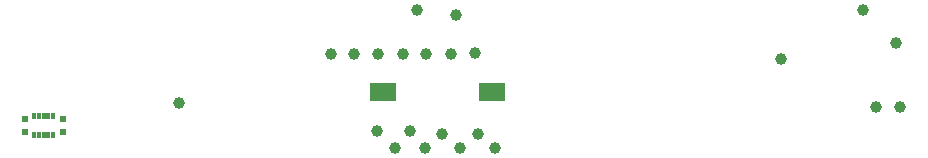
<source format=gbr>
%TF.GenerationSoftware,KiCad,Pcbnew,7.0.6*%
%TF.CreationDate,2023-07-18T02:13:15+02:00*%
%TF.ProjectId,ledboad,6c656462-6f61-4642-9e6b-696361645f70,rev?*%
%TF.SameCoordinates,Original*%
%TF.FileFunction,Soldermask,Bot*%
%TF.FilePolarity,Negative*%
%FSLAX46Y46*%
G04 Gerber Fmt 4.6, Leading zero omitted, Abs format (unit mm)*
G04 Created by KiCad (PCBNEW 7.0.6) date 2023-07-18 02:13:15*
%MOMM*%
%LPD*%
G01*
G04 APERTURE LIST*
G04 Aperture macros list*
%AMRoundRect*
0 Rectangle with rounded corners*
0 $1 Rounding radius*
0 $2 $3 $4 $5 $6 $7 $8 $9 X,Y pos of 4 corners*
0 Add a 4 corners polygon primitive as box body*
4,1,4,$2,$3,$4,$5,$6,$7,$8,$9,$2,$3,0*
0 Add four circle primitives for the rounded corners*
1,1,$1+$1,$2,$3*
1,1,$1+$1,$4,$5*
1,1,$1+$1,$6,$7*
1,1,$1+$1,$8,$9*
0 Add four rect primitives between the rounded corners*
20,1,$1+$1,$2,$3,$4,$5,0*
20,1,$1+$1,$4,$5,$6,$7,0*
20,1,$1+$1,$6,$7,$8,$9,0*
20,1,$1+$1,$8,$9,$2,$3,0*%
G04 Aperture macros list end*
%ADD10C,1.000000*%
%ADD11R,2.180000X1.600000*%
%ADD12RoundRect,0.023000X-0.092000X-0.227000X0.092000X-0.227000X0.092000X0.227000X-0.092000X0.227000X0*%
%ADD13RoundRect,0.022500X-0.202500X-0.227500X0.202500X-0.227500X0.202500X0.227500X-0.202500X0.227500X0*%
G04 APERTURE END LIST*
D10*
%TO.C,TP10*%
X122400000Y-43900000D03*
%TD*%
%TO.C,TP7*%
X71500000Y-47700000D03*
%TD*%
%TO.C,TP24*%
X91650000Y-39800000D03*
%TD*%
%TO.C,TP13*%
X92250000Y-51500000D03*
%TD*%
%TO.C,TP32*%
X88250000Y-50000000D03*
%TD*%
%TO.C,TP26*%
X92400000Y-43500000D03*
%TD*%
%TO.C,TP18*%
X132500000Y-48000000D03*
%TD*%
D11*
%TO.C,SW1*%
X97940000Y-46700000D03*
X88760000Y-46700000D03*
%TD*%
D10*
%TO.C,TP19*%
X129350000Y-39750000D03*
%TD*%
%TO.C,TP8*%
X84350000Y-43500000D03*
%TD*%
%TO.C,TP16*%
X132200000Y-42550000D03*
%TD*%
%TO.C,TP22*%
X90400000Y-43500000D03*
%TD*%
%TO.C,TP21*%
X96500000Y-43450000D03*
%TD*%
%TO.C,TP11*%
X93750000Y-50250000D03*
%TD*%
%TO.C,TP25*%
X88350000Y-43500000D03*
%TD*%
%TO.C,TP4*%
X95250000Y-51500000D03*
%TD*%
%TO.C,TP17*%
X130450000Y-48000000D03*
%TD*%
%TO.C,TP14*%
X91000000Y-50000000D03*
%TD*%
%TO.C,TP2*%
X98250000Y-51500000D03*
%TD*%
%TO.C,TP1*%
X89750000Y-51500000D03*
%TD*%
%TO.C,TP27*%
X86300000Y-43500000D03*
%TD*%
D12*
%TO.C,J1*%
X59200000Y-50400000D03*
X59200000Y-48800000D03*
X59600000Y-50400000D03*
X59600000Y-48800000D03*
X60000000Y-50400000D03*
X60000000Y-48800000D03*
X60400000Y-50400000D03*
X60400000Y-48800000D03*
X60800000Y-50400000D03*
X60800000Y-48800000D03*
D13*
X58400000Y-49050000D03*
X58400000Y-50150000D03*
X61600000Y-49050000D03*
X61600000Y-50150000D03*
%TD*%
D10*
%TO.C,TP3*%
X96750000Y-50250000D03*
%TD*%
%TO.C,TP23*%
X94900000Y-40250000D03*
%TD*%
%TO.C,TP20*%
X94450000Y-43500000D03*
%TD*%
M02*

</source>
